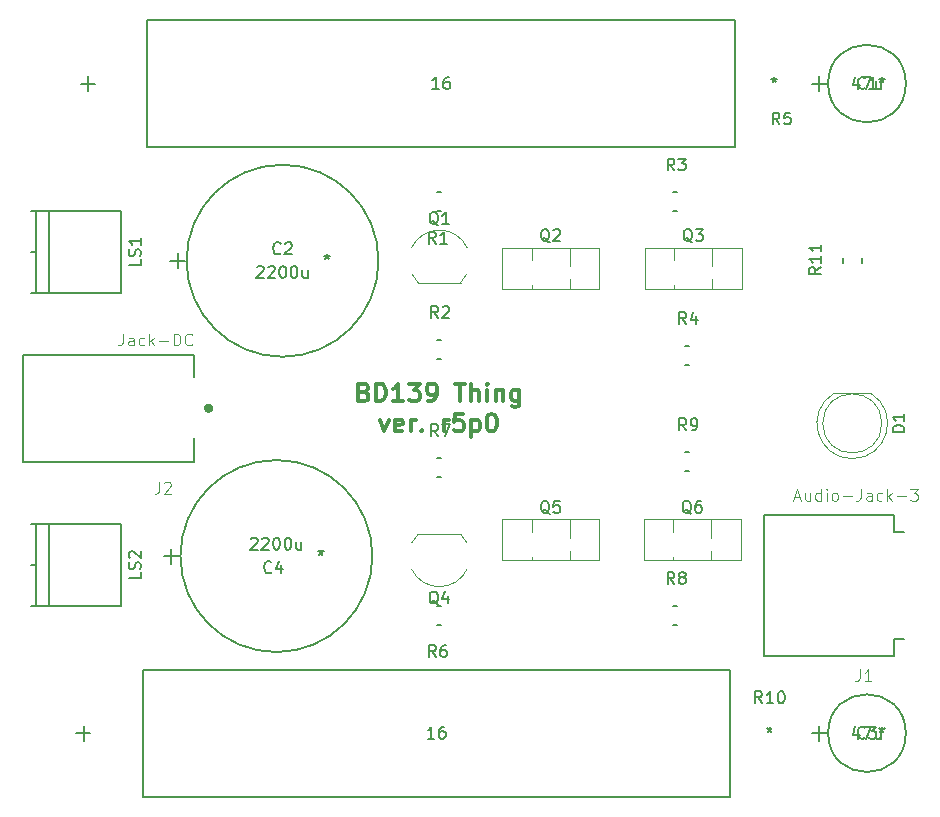
<source format=gbr>
G04 #@! TF.FileFunction,Legend,Top*
%FSLAX46Y46*%
G04 Gerber Fmt 4.6, Leading zero omitted, Abs format (unit mm)*
G04 Created by KiCad (PCBNEW 4.0.7+dfsg1-1ubuntu2) date Sun Jul 21 21:14:32 2019*
%MOMM*%
%LPD*%
G01*
G04 APERTURE LIST*
%ADD10C,0.100000*%
%ADD11C,0.300000*%
%ADD12C,0.152400*%
%ADD13C,0.120000*%
%ADD14C,0.150000*%
%ADD15C,0.127000*%
%ADD16C,0.400000*%
%ADD17C,0.050000*%
G04 APERTURE END LIST*
D10*
D11*
X58678572Y-56117857D02*
X58892858Y-56189286D01*
X58964286Y-56260714D01*
X59035715Y-56403571D01*
X59035715Y-56617857D01*
X58964286Y-56760714D01*
X58892858Y-56832143D01*
X58750000Y-56903571D01*
X58178572Y-56903571D01*
X58178572Y-55403571D01*
X58678572Y-55403571D01*
X58821429Y-55475000D01*
X58892858Y-55546429D01*
X58964286Y-55689286D01*
X58964286Y-55832143D01*
X58892858Y-55975000D01*
X58821429Y-56046429D01*
X58678572Y-56117857D01*
X58178572Y-56117857D01*
X59678572Y-56903571D02*
X59678572Y-55403571D01*
X60035715Y-55403571D01*
X60250000Y-55475000D01*
X60392858Y-55617857D01*
X60464286Y-55760714D01*
X60535715Y-56046429D01*
X60535715Y-56260714D01*
X60464286Y-56546429D01*
X60392858Y-56689286D01*
X60250000Y-56832143D01*
X60035715Y-56903571D01*
X59678572Y-56903571D01*
X61964286Y-56903571D02*
X61107143Y-56903571D01*
X61535715Y-56903571D02*
X61535715Y-55403571D01*
X61392858Y-55617857D01*
X61250000Y-55760714D01*
X61107143Y-55832143D01*
X62464286Y-55403571D02*
X63392857Y-55403571D01*
X62892857Y-55975000D01*
X63107143Y-55975000D01*
X63250000Y-56046429D01*
X63321429Y-56117857D01*
X63392857Y-56260714D01*
X63392857Y-56617857D01*
X63321429Y-56760714D01*
X63250000Y-56832143D01*
X63107143Y-56903571D01*
X62678571Y-56903571D01*
X62535714Y-56832143D01*
X62464286Y-56760714D01*
X64107142Y-56903571D02*
X64392857Y-56903571D01*
X64535714Y-56832143D01*
X64607142Y-56760714D01*
X64750000Y-56546429D01*
X64821428Y-56260714D01*
X64821428Y-55689286D01*
X64750000Y-55546429D01*
X64678571Y-55475000D01*
X64535714Y-55403571D01*
X64250000Y-55403571D01*
X64107142Y-55475000D01*
X64035714Y-55546429D01*
X63964285Y-55689286D01*
X63964285Y-56046429D01*
X64035714Y-56189286D01*
X64107142Y-56260714D01*
X64250000Y-56332143D01*
X64535714Y-56332143D01*
X64678571Y-56260714D01*
X64750000Y-56189286D01*
X64821428Y-56046429D01*
X66392856Y-55403571D02*
X67249999Y-55403571D01*
X66821428Y-56903571D02*
X66821428Y-55403571D01*
X67749999Y-56903571D02*
X67749999Y-55403571D01*
X68392856Y-56903571D02*
X68392856Y-56117857D01*
X68321427Y-55975000D01*
X68178570Y-55903571D01*
X67964285Y-55903571D01*
X67821427Y-55975000D01*
X67749999Y-56046429D01*
X69107142Y-56903571D02*
X69107142Y-55903571D01*
X69107142Y-55403571D02*
X69035713Y-55475000D01*
X69107142Y-55546429D01*
X69178570Y-55475000D01*
X69107142Y-55403571D01*
X69107142Y-55546429D01*
X69821428Y-55903571D02*
X69821428Y-56903571D01*
X69821428Y-56046429D02*
X69892856Y-55975000D01*
X70035714Y-55903571D01*
X70249999Y-55903571D01*
X70392856Y-55975000D01*
X70464285Y-56117857D01*
X70464285Y-56903571D01*
X71821428Y-55903571D02*
X71821428Y-57117857D01*
X71749999Y-57260714D01*
X71678571Y-57332143D01*
X71535714Y-57403571D01*
X71321428Y-57403571D01*
X71178571Y-57332143D01*
X71821428Y-56832143D02*
X71678571Y-56903571D01*
X71392857Y-56903571D01*
X71249999Y-56832143D01*
X71178571Y-56760714D01*
X71107142Y-56617857D01*
X71107142Y-56189286D01*
X71178571Y-56046429D01*
X71249999Y-55975000D01*
X71392857Y-55903571D01*
X71678571Y-55903571D01*
X71821428Y-55975000D01*
X60035716Y-58453571D02*
X60392859Y-59453571D01*
X60750001Y-58453571D01*
X61892858Y-59382143D02*
X61750001Y-59453571D01*
X61464287Y-59453571D01*
X61321430Y-59382143D01*
X61250001Y-59239286D01*
X61250001Y-58667857D01*
X61321430Y-58525000D01*
X61464287Y-58453571D01*
X61750001Y-58453571D01*
X61892858Y-58525000D01*
X61964287Y-58667857D01*
X61964287Y-58810714D01*
X61250001Y-58953571D01*
X62607144Y-59453571D02*
X62607144Y-58453571D01*
X62607144Y-58739286D02*
X62678572Y-58596429D01*
X62750001Y-58525000D01*
X62892858Y-58453571D01*
X63035715Y-58453571D01*
X63535715Y-59310714D02*
X63607143Y-59382143D01*
X63535715Y-59453571D01*
X63464286Y-59382143D01*
X63535715Y-59310714D01*
X63535715Y-59453571D01*
X65392858Y-59453571D02*
X65392858Y-58453571D01*
X65392858Y-58739286D02*
X65464286Y-58596429D01*
X65535715Y-58525000D01*
X65678572Y-58453571D01*
X65821429Y-58453571D01*
X67035715Y-57953571D02*
X66321429Y-57953571D01*
X66250000Y-58667857D01*
X66321429Y-58596429D01*
X66464286Y-58525000D01*
X66821429Y-58525000D01*
X66964286Y-58596429D01*
X67035715Y-58667857D01*
X67107143Y-58810714D01*
X67107143Y-59167857D01*
X67035715Y-59310714D01*
X66964286Y-59382143D01*
X66821429Y-59453571D01*
X66464286Y-59453571D01*
X66321429Y-59382143D01*
X66250000Y-59310714D01*
X67750000Y-58453571D02*
X67750000Y-59953571D01*
X67750000Y-58525000D02*
X67892857Y-58453571D01*
X68178571Y-58453571D01*
X68321428Y-58525000D01*
X68392857Y-58596429D01*
X68464286Y-58739286D01*
X68464286Y-59167857D01*
X68392857Y-59310714D01*
X68321428Y-59382143D01*
X68178571Y-59453571D01*
X67892857Y-59453571D01*
X67750000Y-59382143D01*
X69392857Y-57953571D02*
X69535714Y-57953571D01*
X69678571Y-58025000D01*
X69750000Y-58096429D01*
X69821429Y-58239286D01*
X69892857Y-58525000D01*
X69892857Y-58882143D01*
X69821429Y-59167857D01*
X69750000Y-59310714D01*
X69678571Y-59382143D01*
X69535714Y-59453571D01*
X69392857Y-59453571D01*
X69250000Y-59382143D01*
X69178571Y-59310714D01*
X69107143Y-59167857D01*
X69035714Y-58882143D01*
X69035714Y-58525000D01*
X69107143Y-58239286D01*
X69178571Y-58096429D01*
X69250000Y-58025000D01*
X69392857Y-57953571D01*
D12*
X34275200Y-85000000D02*
X35466460Y-85000000D01*
X34910200Y-84365000D02*
X34910200Y-85635000D01*
X39926700Y-90372100D02*
X89685300Y-90372100D01*
X89685300Y-90372100D02*
X89685300Y-79627900D01*
X89685300Y-79627900D02*
X39926700Y-79627900D01*
X39926700Y-79627900D02*
X39926700Y-90372100D01*
X42234200Y-45000000D02*
X43504200Y-45000000D01*
X42869200Y-44365000D02*
X42869200Y-45635000D01*
X59887200Y-45000000D02*
G75*
G03X59887200Y-45000000I-8128000J0D01*
G01*
X96556400Y-85000000D02*
X97826400Y-85000000D01*
X97191400Y-84365000D02*
X97191400Y-85635000D01*
X104532000Y-85000000D02*
G75*
G03X104532000Y-85000000I-3289300J0D01*
G01*
X41715800Y-70000000D02*
X42985800Y-70000000D01*
X42350800Y-69365000D02*
X42350800Y-70635000D01*
X59368800Y-70000000D02*
G75*
G03X59368800Y-70000000I-8128000J0D01*
G01*
X96556400Y-30000000D02*
X97826400Y-30000000D01*
X97191400Y-29365000D02*
X97191400Y-30635000D01*
X104532000Y-30000000D02*
G75*
G03X104532000Y-30000000I-3289300J0D01*
G01*
X34663200Y-30000000D02*
X35854460Y-30000000D01*
X35298200Y-29365000D02*
X35298200Y-30635000D01*
X40314700Y-35372100D02*
X90073300Y-35372100D01*
X90073300Y-35372100D02*
X90073300Y-24627900D01*
X90073300Y-24627900D02*
X40314700Y-24627900D01*
X40314700Y-24627900D02*
X40314700Y-35372100D01*
D13*
X66840000Y-68150000D02*
X63240000Y-68150000D01*
X67364184Y-68877205D02*
G75*
G03X66840000Y-68150000I-2324184J-1122795D01*
G01*
X67396400Y-71098807D02*
G75*
G02X65040000Y-72600000I-2356400J1098807D01*
G01*
X62683600Y-71098807D02*
G75*
G03X65040000Y-72600000I2356400J1098807D01*
G01*
X62715816Y-68877205D02*
G75*
G02X63240000Y-68150000I2324184J-1122795D01*
G01*
X63240000Y-46850000D02*
X66840000Y-46850000D01*
X62715816Y-46122795D02*
G75*
G03X63240000Y-46850000I2324184J1122795D01*
G01*
X62683600Y-43901193D02*
G75*
G02X65040000Y-42400000I2356400J-1098807D01*
G01*
X67396400Y-43901193D02*
G75*
G03X65040000Y-42400000I-2356400J-1098807D01*
G01*
X67364184Y-46122795D02*
G75*
G02X66840000Y-46850000I-2324184J1122795D01*
G01*
X70340000Y-66880000D02*
X78580000Y-66880000D01*
X70340000Y-70370000D02*
X78580000Y-70370000D01*
X70340000Y-66880000D02*
X70340000Y-70370000D01*
X78580000Y-66880000D02*
X78580000Y-70370000D01*
X72860000Y-66880000D02*
X72860000Y-67950000D01*
X72860000Y-70050000D02*
X72860000Y-70370000D01*
X76061000Y-66880000D02*
X76061000Y-68460000D01*
X76061000Y-69540000D02*
X76061000Y-70370000D01*
X70340000Y-43880000D02*
X78580000Y-43880000D01*
X70340000Y-47370000D02*
X78580000Y-47370000D01*
X70340000Y-43880000D02*
X70340000Y-47370000D01*
X78580000Y-43880000D02*
X78580000Y-47370000D01*
X72860000Y-43880000D02*
X72860000Y-44950000D01*
X72860000Y-47050000D02*
X72860000Y-47370000D01*
X76061000Y-43880000D02*
X76061000Y-45460000D01*
X76061000Y-46540000D02*
X76061000Y-47370000D01*
X82420000Y-43880000D02*
X90660000Y-43880000D01*
X82420000Y-47370000D02*
X90660000Y-47370000D01*
X82420000Y-43880000D02*
X82420000Y-47370000D01*
X90660000Y-43880000D02*
X90660000Y-47370000D01*
X84940000Y-43880000D02*
X84940000Y-44950000D01*
X84940000Y-47050000D02*
X84940000Y-47370000D01*
X88141000Y-43880000D02*
X88141000Y-45460000D01*
X88141000Y-46540000D02*
X88141000Y-47370000D01*
X82340000Y-66880000D02*
X90580000Y-66880000D01*
X82340000Y-70370000D02*
X90580000Y-70370000D01*
X82340000Y-66880000D02*
X82340000Y-70370000D01*
X90580000Y-66880000D02*
X90580000Y-70370000D01*
X84860000Y-66880000D02*
X84860000Y-67950000D01*
X84860000Y-70050000D02*
X84860000Y-70370000D01*
X88061000Y-66880000D02*
X88061000Y-68460000D01*
X88061000Y-69540000D02*
X88061000Y-70370000D01*
D14*
X30900000Y-70750000D02*
X30500000Y-70750000D01*
X32000000Y-67250000D02*
X32000000Y-74250000D01*
X30900000Y-67250000D02*
X30900000Y-74250000D01*
X38100000Y-67250000D02*
X30500000Y-67250000D01*
X30500000Y-74250000D02*
X38100000Y-74250000D01*
X38100000Y-74250000D02*
X38100000Y-67250000D01*
X30900000Y-44250000D02*
X30500000Y-44250000D01*
X32000000Y-40750000D02*
X32000000Y-47750000D01*
X30900000Y-40750000D02*
X30900000Y-47750000D01*
X38100000Y-40750000D02*
X30500000Y-40750000D01*
X30500000Y-47750000D02*
X38100000Y-47750000D01*
X38100000Y-47750000D02*
X38100000Y-40750000D01*
D15*
X29800000Y-62000000D02*
X29800000Y-53000000D01*
X29800000Y-53000000D02*
X44300000Y-53000000D01*
X44300000Y-53000000D02*
X44300000Y-54850000D01*
X44300000Y-62000000D02*
X29800000Y-62000000D01*
X44300000Y-60050000D02*
X44300000Y-62000000D01*
D16*
X45700000Y-57500000D02*
G75*
G03X45700000Y-57500000I-200000J0D01*
G01*
D15*
X92500000Y-78500000D02*
X92500000Y-66500000D01*
X92500000Y-66500000D02*
X103500000Y-66500000D01*
X92500000Y-78500000D02*
X103500000Y-78500000D01*
X103500000Y-78500000D02*
X103500000Y-77000000D01*
X103500000Y-77000000D02*
X104400000Y-77000000D01*
X103500000Y-68000000D02*
X103500000Y-66500000D01*
X104400000Y-68000000D02*
X103500000Y-68000000D01*
D13*
X99999538Y-61760000D02*
G75*
G03X101544830Y-56210000I462J2990000D01*
G01*
X100000462Y-61760000D02*
G75*
G02X98455170Y-56210000I-462J2990000D01*
G01*
X102500000Y-58770000D02*
G75*
G03X102500000Y-58770000I-2500000J0D01*
G01*
X101545000Y-56210000D02*
X98455000Y-56210000D01*
D14*
X64998740Y-39199900D02*
X64798080Y-39199900D01*
X64998740Y-39199900D02*
X65199400Y-39199900D01*
X65097800Y-40800100D02*
X65199400Y-40800100D01*
X65199400Y-40800100D02*
X64798080Y-40800100D01*
X64998740Y-53300100D02*
X65199400Y-53300100D01*
X64998740Y-53300100D02*
X64798080Y-53300100D01*
X64899680Y-51699900D02*
X64798080Y-51699900D01*
X64798080Y-51699900D02*
X65199400Y-51699900D01*
X84998740Y-40800100D02*
X85199400Y-40800100D01*
X84998740Y-40800100D02*
X84798080Y-40800100D01*
X84899680Y-39199900D02*
X84798080Y-39199900D01*
X84798080Y-39199900D02*
X85199400Y-39199900D01*
X85998740Y-53800100D02*
X86199400Y-53800100D01*
X85998740Y-53800100D02*
X85798080Y-53800100D01*
X85899680Y-52199900D02*
X85798080Y-52199900D01*
X85798080Y-52199900D02*
X86199400Y-52199900D01*
X65001260Y-74199900D02*
X64800600Y-74199900D01*
X65001260Y-74199900D02*
X65201920Y-74199900D01*
X65100320Y-75800100D02*
X65201920Y-75800100D01*
X65201920Y-75800100D02*
X64800600Y-75800100D01*
X64998740Y-63300100D02*
X65199400Y-63300100D01*
X64998740Y-63300100D02*
X64798080Y-63300100D01*
X64899680Y-61699900D02*
X64798080Y-61699900D01*
X64798080Y-61699900D02*
X65199400Y-61699900D01*
X84998740Y-75800100D02*
X85199400Y-75800100D01*
X84998740Y-75800100D02*
X84798080Y-75800100D01*
X84899680Y-74199900D02*
X84798080Y-74199900D01*
X84798080Y-74199900D02*
X85199400Y-74199900D01*
X85998740Y-62800100D02*
X86199400Y-62800100D01*
X85998740Y-62800100D02*
X85798080Y-62800100D01*
X85899680Y-61199900D02*
X85798080Y-61199900D01*
X85798080Y-61199900D02*
X86199400Y-61199900D01*
X100800100Y-44998740D02*
X100800100Y-44798080D01*
X100800100Y-44998740D02*
X100800100Y-45199400D01*
X99199900Y-45097800D02*
X99199900Y-45199400D01*
X99199900Y-45199400D02*
X99199900Y-44798080D01*
X92357143Y-82452381D02*
X92023809Y-81976190D01*
X91785714Y-82452381D02*
X91785714Y-81452381D01*
X92166667Y-81452381D01*
X92261905Y-81500000D01*
X92309524Y-81547619D01*
X92357143Y-81642857D01*
X92357143Y-81785714D01*
X92309524Y-81880952D01*
X92261905Y-81928571D01*
X92166667Y-81976190D01*
X91785714Y-81976190D01*
X93309524Y-82452381D02*
X92738095Y-82452381D01*
X93023809Y-82452381D02*
X93023809Y-81452381D01*
X92928571Y-81595238D01*
X92833333Y-81690476D01*
X92738095Y-81738095D01*
X93928571Y-81452381D02*
X94023810Y-81452381D01*
X94119048Y-81500000D01*
X94166667Y-81547619D01*
X94214286Y-81642857D01*
X94261905Y-81833333D01*
X94261905Y-82071429D01*
X94214286Y-82261905D01*
X94166667Y-82357143D01*
X94119048Y-82404762D01*
X94023810Y-82452381D01*
X93928571Y-82452381D01*
X93833333Y-82404762D01*
X93785714Y-82357143D01*
X93738095Y-82261905D01*
X93690476Y-82071429D01*
X93690476Y-81833333D01*
X93738095Y-81642857D01*
X93785714Y-81547619D01*
X93833333Y-81500000D01*
X93928571Y-81452381D01*
X64615524Y-85452381D02*
X64044095Y-85452381D01*
X64329809Y-85452381D02*
X64329809Y-84452381D01*
X64234571Y-84595238D01*
X64139333Y-84690476D01*
X64044095Y-84738095D01*
X65472667Y-84452381D02*
X65282190Y-84452381D01*
X65186952Y-84500000D01*
X65139333Y-84547619D01*
X65044095Y-84690476D01*
X64996476Y-84880952D01*
X64996476Y-85261905D01*
X65044095Y-85357143D01*
X65091714Y-85404762D01*
X65186952Y-85452381D01*
X65377429Y-85452381D01*
X65472667Y-85404762D01*
X65520286Y-85357143D01*
X65567905Y-85261905D01*
X65567905Y-85023810D01*
X65520286Y-84928571D01*
X65472667Y-84880952D01*
X65377429Y-84833333D01*
X65186952Y-84833333D01*
X65091714Y-84880952D01*
X65044095Y-84928571D01*
X64996476Y-85023810D01*
X93000000Y-84452381D02*
X93000000Y-84690476D01*
X92761905Y-84595238D02*
X93000000Y-84690476D01*
X93238096Y-84595238D01*
X92857143Y-84880952D02*
X93000000Y-84690476D01*
X93142858Y-84880952D01*
X51592534Y-44357143D02*
X51544915Y-44404762D01*
X51402058Y-44452381D01*
X51306820Y-44452381D01*
X51163962Y-44404762D01*
X51068724Y-44309524D01*
X51021105Y-44214286D01*
X50973486Y-44023810D01*
X50973486Y-43880952D01*
X51021105Y-43690476D01*
X51068724Y-43595238D01*
X51163962Y-43500000D01*
X51306820Y-43452381D01*
X51402058Y-43452381D01*
X51544915Y-43500000D01*
X51592534Y-43547619D01*
X51973486Y-43547619D02*
X52021105Y-43500000D01*
X52116343Y-43452381D01*
X52354439Y-43452381D01*
X52449677Y-43500000D01*
X52497296Y-43547619D01*
X52544915Y-43642857D01*
X52544915Y-43738095D01*
X52497296Y-43880952D01*
X51925867Y-44452381D01*
X52544915Y-44452381D01*
X49592533Y-45547619D02*
X49640152Y-45500000D01*
X49735390Y-45452381D01*
X49973486Y-45452381D01*
X50068724Y-45500000D01*
X50116343Y-45547619D01*
X50163962Y-45642857D01*
X50163962Y-45738095D01*
X50116343Y-45880952D01*
X49544914Y-46452381D01*
X50163962Y-46452381D01*
X50544914Y-45547619D02*
X50592533Y-45500000D01*
X50687771Y-45452381D01*
X50925867Y-45452381D01*
X51021105Y-45500000D01*
X51068724Y-45547619D01*
X51116343Y-45642857D01*
X51116343Y-45738095D01*
X51068724Y-45880952D01*
X50497295Y-46452381D01*
X51116343Y-46452381D01*
X51735390Y-45452381D02*
X51830629Y-45452381D01*
X51925867Y-45500000D01*
X51973486Y-45547619D01*
X52021105Y-45642857D01*
X52068724Y-45833333D01*
X52068724Y-46071429D01*
X52021105Y-46261905D01*
X51973486Y-46357143D01*
X51925867Y-46404762D01*
X51830629Y-46452381D01*
X51735390Y-46452381D01*
X51640152Y-46404762D01*
X51592533Y-46357143D01*
X51544914Y-46261905D01*
X51497295Y-46071429D01*
X51497295Y-45833333D01*
X51544914Y-45642857D01*
X51592533Y-45547619D01*
X51640152Y-45500000D01*
X51735390Y-45452381D01*
X52687771Y-45452381D02*
X52783010Y-45452381D01*
X52878248Y-45500000D01*
X52925867Y-45547619D01*
X52973486Y-45642857D01*
X53021105Y-45833333D01*
X53021105Y-46071429D01*
X52973486Y-46261905D01*
X52925867Y-46357143D01*
X52878248Y-46404762D01*
X52783010Y-46452381D01*
X52687771Y-46452381D01*
X52592533Y-46404762D01*
X52544914Y-46357143D01*
X52497295Y-46261905D01*
X52449676Y-46071429D01*
X52449676Y-45833333D01*
X52497295Y-45642857D01*
X52544914Y-45547619D01*
X52592533Y-45500000D01*
X52687771Y-45452381D01*
X53878248Y-45785714D02*
X53878248Y-46452381D01*
X53449676Y-45785714D02*
X53449676Y-46309524D01*
X53497295Y-46404762D01*
X53592533Y-46452381D01*
X53735391Y-46452381D01*
X53830629Y-46404762D01*
X53878248Y-46357143D01*
X55518400Y-44452381D02*
X55518400Y-44690476D01*
X55280305Y-44595238D02*
X55518400Y-44690476D01*
X55756496Y-44595238D01*
X55375543Y-44880952D02*
X55518400Y-44690476D01*
X55661258Y-44880952D01*
X101076034Y-85357143D02*
X101028415Y-85404762D01*
X100885558Y-85452381D01*
X100790320Y-85452381D01*
X100647462Y-85404762D01*
X100552224Y-85309524D01*
X100504605Y-85214286D01*
X100456986Y-85023810D01*
X100456986Y-84880952D01*
X100504605Y-84690476D01*
X100552224Y-84595238D01*
X100647462Y-84500000D01*
X100790320Y-84452381D01*
X100885558Y-84452381D01*
X101028415Y-84500000D01*
X101076034Y-84547619D01*
X101409367Y-84452381D02*
X102028415Y-84452381D01*
X101695081Y-84833333D01*
X101837939Y-84833333D01*
X101933177Y-84880952D01*
X101980796Y-84928571D01*
X102028415Y-85023810D01*
X102028415Y-85261905D01*
X101980796Y-85357143D01*
X101933177Y-85404762D01*
X101837939Y-85452381D01*
X101552224Y-85452381D01*
X101456986Y-85404762D01*
X101409367Y-85357143D01*
X100504605Y-84785714D02*
X100504605Y-85452381D01*
X100266509Y-84404762D02*
X100028414Y-85119048D01*
X100647462Y-85119048D01*
X100933176Y-84452381D02*
X101599843Y-84452381D01*
X101171271Y-85452381D01*
X102409367Y-84785714D02*
X102409367Y-85452381D01*
X101980795Y-84785714D02*
X101980795Y-85309524D01*
X102028414Y-85404762D01*
X102123652Y-85452381D01*
X102266510Y-85452381D01*
X102361748Y-85404762D01*
X102409367Y-85357143D01*
X102500000Y-84452381D02*
X102500000Y-84690476D01*
X102261905Y-84595238D02*
X102500000Y-84690476D01*
X102738096Y-84595238D01*
X102357143Y-84880952D02*
X102500000Y-84690476D01*
X102642858Y-84880952D01*
X50814934Y-71357143D02*
X50767315Y-71404762D01*
X50624458Y-71452381D01*
X50529220Y-71452381D01*
X50386362Y-71404762D01*
X50291124Y-71309524D01*
X50243505Y-71214286D01*
X50195886Y-71023810D01*
X50195886Y-70880952D01*
X50243505Y-70690476D01*
X50291124Y-70595238D01*
X50386362Y-70500000D01*
X50529220Y-70452381D01*
X50624458Y-70452381D01*
X50767315Y-70500000D01*
X50814934Y-70547619D01*
X51672077Y-70785714D02*
X51672077Y-71452381D01*
X51433981Y-70404762D02*
X51195886Y-71119048D01*
X51814934Y-71119048D01*
X49074133Y-68547619D02*
X49121752Y-68500000D01*
X49216990Y-68452381D01*
X49455086Y-68452381D01*
X49550324Y-68500000D01*
X49597943Y-68547619D01*
X49645562Y-68642857D01*
X49645562Y-68738095D01*
X49597943Y-68880952D01*
X49026514Y-69452381D01*
X49645562Y-69452381D01*
X50026514Y-68547619D02*
X50074133Y-68500000D01*
X50169371Y-68452381D01*
X50407467Y-68452381D01*
X50502705Y-68500000D01*
X50550324Y-68547619D01*
X50597943Y-68642857D01*
X50597943Y-68738095D01*
X50550324Y-68880952D01*
X49978895Y-69452381D01*
X50597943Y-69452381D01*
X51216990Y-68452381D02*
X51312229Y-68452381D01*
X51407467Y-68500000D01*
X51455086Y-68547619D01*
X51502705Y-68642857D01*
X51550324Y-68833333D01*
X51550324Y-69071429D01*
X51502705Y-69261905D01*
X51455086Y-69357143D01*
X51407467Y-69404762D01*
X51312229Y-69452381D01*
X51216990Y-69452381D01*
X51121752Y-69404762D01*
X51074133Y-69357143D01*
X51026514Y-69261905D01*
X50978895Y-69071429D01*
X50978895Y-68833333D01*
X51026514Y-68642857D01*
X51074133Y-68547619D01*
X51121752Y-68500000D01*
X51216990Y-68452381D01*
X52169371Y-68452381D02*
X52264610Y-68452381D01*
X52359848Y-68500000D01*
X52407467Y-68547619D01*
X52455086Y-68642857D01*
X52502705Y-68833333D01*
X52502705Y-69071429D01*
X52455086Y-69261905D01*
X52407467Y-69357143D01*
X52359848Y-69404762D01*
X52264610Y-69452381D01*
X52169371Y-69452381D01*
X52074133Y-69404762D01*
X52026514Y-69357143D01*
X51978895Y-69261905D01*
X51931276Y-69071429D01*
X51931276Y-68833333D01*
X51978895Y-68642857D01*
X52026514Y-68547619D01*
X52074133Y-68500000D01*
X52169371Y-68452381D01*
X53359848Y-68785714D02*
X53359848Y-69452381D01*
X52931276Y-68785714D02*
X52931276Y-69309524D01*
X52978895Y-69404762D01*
X53074133Y-69452381D01*
X53216991Y-69452381D01*
X53312229Y-69404762D01*
X53359848Y-69357143D01*
X55000000Y-69452381D02*
X55000000Y-69690476D01*
X54761905Y-69595238D02*
X55000000Y-69690476D01*
X55238096Y-69595238D01*
X54857143Y-69880952D02*
X55000000Y-69690476D01*
X55142858Y-69880952D01*
X101076034Y-30357143D02*
X101028415Y-30404762D01*
X100885558Y-30452381D01*
X100790320Y-30452381D01*
X100647462Y-30404762D01*
X100552224Y-30309524D01*
X100504605Y-30214286D01*
X100456986Y-30023810D01*
X100456986Y-29880952D01*
X100504605Y-29690476D01*
X100552224Y-29595238D01*
X100647462Y-29500000D01*
X100790320Y-29452381D01*
X100885558Y-29452381D01*
X101028415Y-29500000D01*
X101076034Y-29547619D01*
X102028415Y-30452381D02*
X101456986Y-30452381D01*
X101742700Y-30452381D02*
X101742700Y-29452381D01*
X101647462Y-29595238D01*
X101552224Y-29690476D01*
X101456986Y-29738095D01*
X100504605Y-29785714D02*
X100504605Y-30452381D01*
X100266509Y-29404762D02*
X100028414Y-30119048D01*
X100647462Y-30119048D01*
X100933176Y-29452381D02*
X101599843Y-29452381D01*
X101171271Y-30452381D01*
X102409367Y-29785714D02*
X102409367Y-30452381D01*
X101980795Y-29785714D02*
X101980795Y-30309524D01*
X102028414Y-30404762D01*
X102123652Y-30452381D01*
X102266510Y-30452381D01*
X102361748Y-30404762D01*
X102409367Y-30357143D01*
X102500000Y-29452381D02*
X102500000Y-29690476D01*
X102261905Y-29595238D02*
X102500000Y-29690476D01*
X102738096Y-29595238D01*
X102357143Y-29880952D02*
X102500000Y-29690476D01*
X102642858Y-29880952D01*
X93833334Y-33452381D02*
X93500000Y-32976190D01*
X93261905Y-33452381D02*
X93261905Y-32452381D01*
X93642858Y-32452381D01*
X93738096Y-32500000D01*
X93785715Y-32547619D01*
X93833334Y-32642857D01*
X93833334Y-32785714D01*
X93785715Y-32880952D01*
X93738096Y-32928571D01*
X93642858Y-32976190D01*
X93261905Y-32976190D01*
X94738096Y-32452381D02*
X94261905Y-32452381D01*
X94214286Y-32928571D01*
X94261905Y-32880952D01*
X94357143Y-32833333D01*
X94595239Y-32833333D01*
X94690477Y-32880952D01*
X94738096Y-32928571D01*
X94785715Y-33023810D01*
X94785715Y-33261905D01*
X94738096Y-33357143D01*
X94690477Y-33404762D01*
X94595239Y-33452381D01*
X94357143Y-33452381D01*
X94261905Y-33404762D01*
X94214286Y-33357143D01*
X65003524Y-30452381D02*
X64432095Y-30452381D01*
X64717809Y-30452381D02*
X64717809Y-29452381D01*
X64622571Y-29595238D01*
X64527333Y-29690476D01*
X64432095Y-29738095D01*
X65860667Y-29452381D02*
X65670190Y-29452381D01*
X65574952Y-29500000D01*
X65527333Y-29547619D01*
X65432095Y-29690476D01*
X65384476Y-29880952D01*
X65384476Y-30261905D01*
X65432095Y-30357143D01*
X65479714Y-30404762D01*
X65574952Y-30452381D01*
X65765429Y-30452381D01*
X65860667Y-30404762D01*
X65908286Y-30357143D01*
X65955905Y-30261905D01*
X65955905Y-30023810D01*
X65908286Y-29928571D01*
X65860667Y-29880952D01*
X65765429Y-29833333D01*
X65574952Y-29833333D01*
X65479714Y-29880952D01*
X65432095Y-29928571D01*
X65384476Y-30023810D01*
X93388000Y-29452381D02*
X93388000Y-29690476D01*
X93149905Y-29595238D02*
X93388000Y-29690476D01*
X93626096Y-29595238D01*
X93245143Y-29880952D02*
X93388000Y-29690476D01*
X93530858Y-29880952D01*
X64944762Y-74107619D02*
X64849524Y-74060000D01*
X64754286Y-73964762D01*
X64611429Y-73821905D01*
X64516190Y-73774286D01*
X64420952Y-73774286D01*
X64468571Y-74012381D02*
X64373333Y-73964762D01*
X64278095Y-73869524D01*
X64230476Y-73679048D01*
X64230476Y-73345714D01*
X64278095Y-73155238D01*
X64373333Y-73060000D01*
X64468571Y-73012381D01*
X64659048Y-73012381D01*
X64754286Y-73060000D01*
X64849524Y-73155238D01*
X64897143Y-73345714D01*
X64897143Y-73679048D01*
X64849524Y-73869524D01*
X64754286Y-73964762D01*
X64659048Y-74012381D01*
X64468571Y-74012381D01*
X65754286Y-73345714D02*
X65754286Y-74012381D01*
X65516190Y-72964762D02*
X65278095Y-73679048D01*
X65897143Y-73679048D01*
X64944762Y-41987619D02*
X64849524Y-41940000D01*
X64754286Y-41844762D01*
X64611429Y-41701905D01*
X64516190Y-41654286D01*
X64420952Y-41654286D01*
X64468571Y-41892381D02*
X64373333Y-41844762D01*
X64278095Y-41749524D01*
X64230476Y-41559048D01*
X64230476Y-41225714D01*
X64278095Y-41035238D01*
X64373333Y-40940000D01*
X64468571Y-40892381D01*
X64659048Y-40892381D01*
X64754286Y-40940000D01*
X64849524Y-41035238D01*
X64897143Y-41225714D01*
X64897143Y-41559048D01*
X64849524Y-41749524D01*
X64754286Y-41844762D01*
X64659048Y-41892381D01*
X64468571Y-41892381D01*
X65849524Y-41892381D02*
X65278095Y-41892381D01*
X65563809Y-41892381D02*
X65563809Y-40892381D01*
X65468571Y-41035238D01*
X65373333Y-41130476D01*
X65278095Y-41178095D01*
X74364762Y-66427619D02*
X74269524Y-66380000D01*
X74174286Y-66284762D01*
X74031429Y-66141905D01*
X73936190Y-66094286D01*
X73840952Y-66094286D01*
X73888571Y-66332381D02*
X73793333Y-66284762D01*
X73698095Y-66189524D01*
X73650476Y-65999048D01*
X73650476Y-65665714D01*
X73698095Y-65475238D01*
X73793333Y-65380000D01*
X73888571Y-65332381D01*
X74079048Y-65332381D01*
X74174286Y-65380000D01*
X74269524Y-65475238D01*
X74317143Y-65665714D01*
X74317143Y-65999048D01*
X74269524Y-66189524D01*
X74174286Y-66284762D01*
X74079048Y-66332381D01*
X73888571Y-66332381D01*
X75221905Y-65332381D02*
X74745714Y-65332381D01*
X74698095Y-65808571D01*
X74745714Y-65760952D01*
X74840952Y-65713333D01*
X75079048Y-65713333D01*
X75174286Y-65760952D01*
X75221905Y-65808571D01*
X75269524Y-65903810D01*
X75269524Y-66141905D01*
X75221905Y-66237143D01*
X75174286Y-66284762D01*
X75079048Y-66332381D01*
X74840952Y-66332381D01*
X74745714Y-66284762D01*
X74698095Y-66237143D01*
X74364762Y-43427619D02*
X74269524Y-43380000D01*
X74174286Y-43284762D01*
X74031429Y-43141905D01*
X73936190Y-43094286D01*
X73840952Y-43094286D01*
X73888571Y-43332381D02*
X73793333Y-43284762D01*
X73698095Y-43189524D01*
X73650476Y-42999048D01*
X73650476Y-42665714D01*
X73698095Y-42475238D01*
X73793333Y-42380000D01*
X73888571Y-42332381D01*
X74079048Y-42332381D01*
X74174286Y-42380000D01*
X74269524Y-42475238D01*
X74317143Y-42665714D01*
X74317143Y-42999048D01*
X74269524Y-43189524D01*
X74174286Y-43284762D01*
X74079048Y-43332381D01*
X73888571Y-43332381D01*
X74698095Y-42427619D02*
X74745714Y-42380000D01*
X74840952Y-42332381D01*
X75079048Y-42332381D01*
X75174286Y-42380000D01*
X75221905Y-42427619D01*
X75269524Y-42522857D01*
X75269524Y-42618095D01*
X75221905Y-42760952D01*
X74650476Y-43332381D01*
X75269524Y-43332381D01*
X86444762Y-43427619D02*
X86349524Y-43380000D01*
X86254286Y-43284762D01*
X86111429Y-43141905D01*
X86016190Y-43094286D01*
X85920952Y-43094286D01*
X85968571Y-43332381D02*
X85873333Y-43284762D01*
X85778095Y-43189524D01*
X85730476Y-42999048D01*
X85730476Y-42665714D01*
X85778095Y-42475238D01*
X85873333Y-42380000D01*
X85968571Y-42332381D01*
X86159048Y-42332381D01*
X86254286Y-42380000D01*
X86349524Y-42475238D01*
X86397143Y-42665714D01*
X86397143Y-42999048D01*
X86349524Y-43189524D01*
X86254286Y-43284762D01*
X86159048Y-43332381D01*
X85968571Y-43332381D01*
X86730476Y-42332381D02*
X87349524Y-42332381D01*
X87016190Y-42713333D01*
X87159048Y-42713333D01*
X87254286Y-42760952D01*
X87301905Y-42808571D01*
X87349524Y-42903810D01*
X87349524Y-43141905D01*
X87301905Y-43237143D01*
X87254286Y-43284762D01*
X87159048Y-43332381D01*
X86873333Y-43332381D01*
X86778095Y-43284762D01*
X86730476Y-43237143D01*
X86364762Y-66427619D02*
X86269524Y-66380000D01*
X86174286Y-66284762D01*
X86031429Y-66141905D01*
X85936190Y-66094286D01*
X85840952Y-66094286D01*
X85888571Y-66332381D02*
X85793333Y-66284762D01*
X85698095Y-66189524D01*
X85650476Y-65999048D01*
X85650476Y-65665714D01*
X85698095Y-65475238D01*
X85793333Y-65380000D01*
X85888571Y-65332381D01*
X86079048Y-65332381D01*
X86174286Y-65380000D01*
X86269524Y-65475238D01*
X86317143Y-65665714D01*
X86317143Y-65999048D01*
X86269524Y-66189524D01*
X86174286Y-66284762D01*
X86079048Y-66332381D01*
X85888571Y-66332381D01*
X87174286Y-65332381D02*
X86983809Y-65332381D01*
X86888571Y-65380000D01*
X86840952Y-65427619D01*
X86745714Y-65570476D01*
X86698095Y-65760952D01*
X86698095Y-66141905D01*
X86745714Y-66237143D01*
X86793333Y-66284762D01*
X86888571Y-66332381D01*
X87079048Y-66332381D01*
X87174286Y-66284762D01*
X87221905Y-66237143D01*
X87269524Y-66141905D01*
X87269524Y-65903810D01*
X87221905Y-65808571D01*
X87174286Y-65760952D01*
X87079048Y-65713333D01*
X86888571Y-65713333D01*
X86793333Y-65760952D01*
X86745714Y-65808571D01*
X86698095Y-65903810D01*
X39752381Y-71392857D02*
X39752381Y-71869048D01*
X38752381Y-71869048D01*
X39704762Y-71107143D02*
X39752381Y-70964286D01*
X39752381Y-70726190D01*
X39704762Y-70630952D01*
X39657143Y-70583333D01*
X39561905Y-70535714D01*
X39466667Y-70535714D01*
X39371429Y-70583333D01*
X39323810Y-70630952D01*
X39276190Y-70726190D01*
X39228571Y-70916667D01*
X39180952Y-71011905D01*
X39133333Y-71059524D01*
X39038095Y-71107143D01*
X38942857Y-71107143D01*
X38847619Y-71059524D01*
X38800000Y-71011905D01*
X38752381Y-70916667D01*
X38752381Y-70678571D01*
X38800000Y-70535714D01*
X38847619Y-70154762D02*
X38800000Y-70107143D01*
X38752381Y-70011905D01*
X38752381Y-69773809D01*
X38800000Y-69678571D01*
X38847619Y-69630952D01*
X38942857Y-69583333D01*
X39038095Y-69583333D01*
X39180952Y-69630952D01*
X39752381Y-70202381D01*
X39752381Y-69583333D01*
X39752381Y-44892857D02*
X39752381Y-45369048D01*
X38752381Y-45369048D01*
X39704762Y-44607143D02*
X39752381Y-44464286D01*
X39752381Y-44226190D01*
X39704762Y-44130952D01*
X39657143Y-44083333D01*
X39561905Y-44035714D01*
X39466667Y-44035714D01*
X39371429Y-44083333D01*
X39323810Y-44130952D01*
X39276190Y-44226190D01*
X39228571Y-44416667D01*
X39180952Y-44511905D01*
X39133333Y-44559524D01*
X39038095Y-44607143D01*
X38942857Y-44607143D01*
X38847619Y-44559524D01*
X38800000Y-44511905D01*
X38752381Y-44416667D01*
X38752381Y-44178571D01*
X38800000Y-44035714D01*
X39752381Y-43083333D02*
X39752381Y-43654762D01*
X39752381Y-43369048D02*
X38752381Y-43369048D01*
X38895238Y-43464286D01*
X38990476Y-43559524D01*
X39038095Y-43654762D01*
D17*
X41314673Y-63723083D02*
X41314673Y-64438018D01*
X41267011Y-64581005D01*
X41171686Y-64676330D01*
X41028699Y-64723993D01*
X40933374Y-64723993D01*
X41743635Y-63818407D02*
X41791297Y-63770745D01*
X41886622Y-63723083D01*
X42124934Y-63723083D01*
X42220258Y-63770745D01*
X42267921Y-63818407D01*
X42315583Y-63913732D01*
X42315583Y-64009057D01*
X42267921Y-64152044D01*
X41695972Y-64723993D01*
X42315583Y-64723993D01*
X38246781Y-51169794D02*
X38246781Y-51884937D01*
X38199105Y-52027965D01*
X38103753Y-52123318D01*
X37960724Y-52170994D01*
X37865372Y-52170994D01*
X39152629Y-52170994D02*
X39152629Y-51646556D01*
X39104952Y-51551203D01*
X39009600Y-51503527D01*
X38818895Y-51503527D01*
X38723543Y-51551203D01*
X39152629Y-52123318D02*
X39057276Y-52170994D01*
X38818895Y-52170994D01*
X38723543Y-52123318D01*
X38675867Y-52027965D01*
X38675867Y-51932613D01*
X38723543Y-51837260D01*
X38818895Y-51789584D01*
X39057276Y-51789584D01*
X39152629Y-51741908D01*
X40058477Y-52123318D02*
X39963124Y-52170994D01*
X39772420Y-52170994D01*
X39677067Y-52123318D01*
X39629391Y-52075641D01*
X39581715Y-51980289D01*
X39581715Y-51694232D01*
X39629391Y-51598880D01*
X39677067Y-51551203D01*
X39772420Y-51503527D01*
X39963124Y-51503527D01*
X40058477Y-51551203D01*
X40487562Y-52170994D02*
X40487562Y-51169794D01*
X40582914Y-51789584D02*
X40868971Y-52170994D01*
X40868971Y-51503527D02*
X40487562Y-51884937D01*
X41298057Y-51789584D02*
X42060876Y-51789584D01*
X42537638Y-52170994D02*
X42537638Y-51169794D01*
X42776019Y-51169794D01*
X42919047Y-51217470D01*
X43014400Y-51312822D01*
X43062076Y-51408175D01*
X43109752Y-51598880D01*
X43109752Y-51741908D01*
X43062076Y-51932613D01*
X43014400Y-52027965D01*
X42919047Y-52123318D01*
X42776019Y-52170994D01*
X42537638Y-52170994D01*
X44110952Y-52075641D02*
X44063276Y-52123318D01*
X43920247Y-52170994D01*
X43824895Y-52170994D01*
X43681867Y-52123318D01*
X43586514Y-52027965D01*
X43538838Y-51932613D01*
X43491162Y-51741908D01*
X43491162Y-51598880D01*
X43538838Y-51408175D01*
X43586514Y-51312822D01*
X43681867Y-51217470D01*
X43824895Y-51169794D01*
X43920247Y-51169794D01*
X44063276Y-51217470D01*
X44110952Y-51265146D01*
X100626717Y-79587848D02*
X100626717Y-80302177D01*
X100579095Y-80445042D01*
X100483851Y-80540286D01*
X100340986Y-80587908D01*
X100245742Y-80587908D01*
X101626776Y-80587908D02*
X101055314Y-80587908D01*
X101341045Y-80587908D02*
X101341045Y-79587848D01*
X101245801Y-79730714D01*
X101150557Y-79825958D01*
X101055314Y-79873580D01*
X95108947Y-65028987D02*
X95585309Y-65028987D01*
X95013674Y-65314804D02*
X95347128Y-64314444D01*
X95680581Y-65314804D01*
X96442760Y-64647897D02*
X96442760Y-65314804D01*
X96014034Y-64647897D02*
X96014034Y-65171895D01*
X96061670Y-65267168D01*
X96156943Y-65314804D01*
X96299851Y-65314804D01*
X96395123Y-65267168D01*
X96442760Y-65219531D01*
X97347848Y-65314804D02*
X97347848Y-64314444D01*
X97347848Y-65267168D02*
X97252575Y-65314804D01*
X97062031Y-65314804D01*
X96966758Y-65267168D01*
X96919122Y-65219531D01*
X96871486Y-65124259D01*
X96871486Y-64838442D01*
X96919122Y-64743170D01*
X96966758Y-64695533D01*
X97062031Y-64647897D01*
X97252575Y-64647897D01*
X97347848Y-64695533D01*
X97824210Y-65314804D02*
X97824210Y-64647897D01*
X97824210Y-64314444D02*
X97776574Y-64362080D01*
X97824210Y-64409716D01*
X97871846Y-64362080D01*
X97824210Y-64314444D01*
X97824210Y-64409716D01*
X98443481Y-65314804D02*
X98348208Y-65267168D01*
X98300572Y-65219531D01*
X98252936Y-65124259D01*
X98252936Y-64838442D01*
X98300572Y-64743170D01*
X98348208Y-64695533D01*
X98443481Y-64647897D01*
X98586389Y-64647897D01*
X98681661Y-64695533D01*
X98729298Y-64743170D01*
X98776934Y-64838442D01*
X98776934Y-65124259D01*
X98729298Y-65219531D01*
X98681661Y-65267168D01*
X98586389Y-65314804D01*
X98443481Y-65314804D01*
X99205660Y-64933714D02*
X99967839Y-64933714D01*
X100730018Y-64314444D02*
X100730018Y-65028987D01*
X100682382Y-65171895D01*
X100587110Y-65267168D01*
X100444201Y-65314804D01*
X100348929Y-65314804D01*
X101635106Y-65314804D02*
X101635106Y-64790806D01*
X101587469Y-64695533D01*
X101492197Y-64647897D01*
X101301652Y-64647897D01*
X101206380Y-64695533D01*
X101635106Y-65267168D02*
X101539833Y-65314804D01*
X101301652Y-65314804D01*
X101206380Y-65267168D01*
X101158744Y-65171895D01*
X101158744Y-65076623D01*
X101206380Y-64981350D01*
X101301652Y-64933714D01*
X101539833Y-64933714D01*
X101635106Y-64886078D01*
X102540194Y-65267168D02*
X102444921Y-65314804D01*
X102254377Y-65314804D01*
X102159104Y-65267168D01*
X102111468Y-65219531D01*
X102063832Y-65124259D01*
X102063832Y-64838442D01*
X102111468Y-64743170D01*
X102159104Y-64695533D01*
X102254377Y-64647897D01*
X102444921Y-64647897D01*
X102540194Y-64695533D01*
X102968919Y-65314804D02*
X102968919Y-64314444D01*
X103064191Y-64933714D02*
X103350008Y-65314804D01*
X103350008Y-64647897D02*
X102968919Y-65028987D01*
X103778734Y-64933714D02*
X104540913Y-64933714D01*
X104922003Y-64314444D02*
X105541273Y-64314444D01*
X105207820Y-64695533D01*
X105350728Y-64695533D01*
X105446001Y-64743170D01*
X105493637Y-64790806D01*
X105541273Y-64886078D01*
X105541273Y-65124259D01*
X105493637Y-65219531D01*
X105446001Y-65267168D01*
X105350728Y-65314804D01*
X105064911Y-65314804D01*
X104969639Y-65267168D01*
X104922003Y-65219531D01*
D14*
X104412381Y-59508095D02*
X103412381Y-59508095D01*
X103412381Y-59270000D01*
X103460000Y-59127142D01*
X103555238Y-59031904D01*
X103650476Y-58984285D01*
X103840952Y-58936666D01*
X103983810Y-58936666D01*
X104174286Y-58984285D01*
X104269524Y-59031904D01*
X104364762Y-59127142D01*
X104412381Y-59270000D01*
X104412381Y-59508095D01*
X104412381Y-57984285D02*
X104412381Y-58555714D01*
X104412381Y-58270000D02*
X103412381Y-58270000D01*
X103555238Y-58365238D01*
X103650476Y-58460476D01*
X103698095Y-58555714D01*
X64733014Y-43551181D02*
X64399680Y-43074990D01*
X64161585Y-43551181D02*
X64161585Y-42551181D01*
X64542538Y-42551181D01*
X64637776Y-42598800D01*
X64685395Y-42646419D01*
X64733014Y-42741657D01*
X64733014Y-42884514D01*
X64685395Y-42979752D01*
X64637776Y-43027371D01*
X64542538Y-43074990D01*
X64161585Y-43074990D01*
X65685395Y-43551181D02*
X65113966Y-43551181D01*
X65399680Y-43551181D02*
X65399680Y-42551181D01*
X65304442Y-42694038D01*
X65209204Y-42789276D01*
X65113966Y-42836895D01*
X64931134Y-49853581D02*
X64597800Y-49377390D01*
X64359705Y-49853581D02*
X64359705Y-48853581D01*
X64740658Y-48853581D01*
X64835896Y-48901200D01*
X64883515Y-48948819D01*
X64931134Y-49044057D01*
X64931134Y-49186914D01*
X64883515Y-49282152D01*
X64835896Y-49329771D01*
X64740658Y-49377390D01*
X64359705Y-49377390D01*
X65312086Y-48948819D02*
X65359705Y-48901200D01*
X65454943Y-48853581D01*
X65693039Y-48853581D01*
X65788277Y-48901200D01*
X65835896Y-48948819D01*
X65883515Y-49044057D01*
X65883515Y-49139295D01*
X65835896Y-49282152D01*
X65264467Y-49853581D01*
X65883515Y-49853581D01*
X84931134Y-37353581D02*
X84597800Y-36877390D01*
X84359705Y-37353581D02*
X84359705Y-36353581D01*
X84740658Y-36353581D01*
X84835896Y-36401200D01*
X84883515Y-36448819D01*
X84931134Y-36544057D01*
X84931134Y-36686914D01*
X84883515Y-36782152D01*
X84835896Y-36829771D01*
X84740658Y-36877390D01*
X84359705Y-36877390D01*
X85264467Y-36353581D02*
X85883515Y-36353581D01*
X85550181Y-36734533D01*
X85693039Y-36734533D01*
X85788277Y-36782152D01*
X85835896Y-36829771D01*
X85883515Y-36925010D01*
X85883515Y-37163105D01*
X85835896Y-37258343D01*
X85788277Y-37305962D01*
X85693039Y-37353581D01*
X85407324Y-37353581D01*
X85312086Y-37305962D01*
X85264467Y-37258343D01*
X85931134Y-50353581D02*
X85597800Y-49877390D01*
X85359705Y-50353581D02*
X85359705Y-49353581D01*
X85740658Y-49353581D01*
X85835896Y-49401200D01*
X85883515Y-49448819D01*
X85931134Y-49544057D01*
X85931134Y-49686914D01*
X85883515Y-49782152D01*
X85835896Y-49829771D01*
X85740658Y-49877390D01*
X85359705Y-49877390D01*
X86788277Y-49686914D02*
X86788277Y-50353581D01*
X86550181Y-49305962D02*
X86312086Y-50020248D01*
X86931134Y-50020248D01*
X64735534Y-78551181D02*
X64402200Y-78074990D01*
X64164105Y-78551181D02*
X64164105Y-77551181D01*
X64545058Y-77551181D01*
X64640296Y-77598800D01*
X64687915Y-77646419D01*
X64735534Y-77741657D01*
X64735534Y-77884514D01*
X64687915Y-77979752D01*
X64640296Y-78027371D01*
X64545058Y-78074990D01*
X64164105Y-78074990D01*
X65592677Y-77551181D02*
X65402200Y-77551181D01*
X65306962Y-77598800D01*
X65259343Y-77646419D01*
X65164105Y-77789276D01*
X65116486Y-77979752D01*
X65116486Y-78360705D01*
X65164105Y-78455943D01*
X65211724Y-78503562D01*
X65306962Y-78551181D01*
X65497439Y-78551181D01*
X65592677Y-78503562D01*
X65640296Y-78455943D01*
X65687915Y-78360705D01*
X65687915Y-78122610D01*
X65640296Y-78027371D01*
X65592677Y-77979752D01*
X65497439Y-77932133D01*
X65306962Y-77932133D01*
X65211724Y-77979752D01*
X65164105Y-78027371D01*
X65116486Y-78122610D01*
X64931134Y-59853581D02*
X64597800Y-59377390D01*
X64359705Y-59853581D02*
X64359705Y-58853581D01*
X64740658Y-58853581D01*
X64835896Y-58901200D01*
X64883515Y-58948819D01*
X64931134Y-59044057D01*
X64931134Y-59186914D01*
X64883515Y-59282152D01*
X64835896Y-59329771D01*
X64740658Y-59377390D01*
X64359705Y-59377390D01*
X65264467Y-58853581D02*
X65931134Y-58853581D01*
X65502562Y-59853581D01*
X84931134Y-72353581D02*
X84597800Y-71877390D01*
X84359705Y-72353581D02*
X84359705Y-71353581D01*
X84740658Y-71353581D01*
X84835896Y-71401200D01*
X84883515Y-71448819D01*
X84931134Y-71544057D01*
X84931134Y-71686914D01*
X84883515Y-71782152D01*
X84835896Y-71829771D01*
X84740658Y-71877390D01*
X84359705Y-71877390D01*
X85502562Y-71782152D02*
X85407324Y-71734533D01*
X85359705Y-71686914D01*
X85312086Y-71591676D01*
X85312086Y-71544057D01*
X85359705Y-71448819D01*
X85407324Y-71401200D01*
X85502562Y-71353581D01*
X85693039Y-71353581D01*
X85788277Y-71401200D01*
X85835896Y-71448819D01*
X85883515Y-71544057D01*
X85883515Y-71591676D01*
X85835896Y-71686914D01*
X85788277Y-71734533D01*
X85693039Y-71782152D01*
X85502562Y-71782152D01*
X85407324Y-71829771D01*
X85359705Y-71877390D01*
X85312086Y-71972629D01*
X85312086Y-72163105D01*
X85359705Y-72258343D01*
X85407324Y-72305962D01*
X85502562Y-72353581D01*
X85693039Y-72353581D01*
X85788277Y-72305962D01*
X85835896Y-72258343D01*
X85883515Y-72163105D01*
X85883515Y-71972629D01*
X85835896Y-71877390D01*
X85788277Y-71829771D01*
X85693039Y-71782152D01*
X85931134Y-59353581D02*
X85597800Y-58877390D01*
X85359705Y-59353581D02*
X85359705Y-58353581D01*
X85740658Y-58353581D01*
X85835896Y-58401200D01*
X85883515Y-58448819D01*
X85931134Y-58544057D01*
X85931134Y-58686914D01*
X85883515Y-58782152D01*
X85835896Y-58829771D01*
X85740658Y-58877390D01*
X85359705Y-58877390D01*
X86407324Y-59353581D02*
X86597800Y-59353581D01*
X86693039Y-59305962D01*
X86740658Y-59258343D01*
X86835896Y-59115486D01*
X86883515Y-58925010D01*
X86883515Y-58544057D01*
X86835896Y-58448819D01*
X86788277Y-58401200D01*
X86693039Y-58353581D01*
X86502562Y-58353581D01*
X86407324Y-58401200D01*
X86359705Y-58448819D01*
X86312086Y-58544057D01*
X86312086Y-58782152D01*
X86359705Y-58877390D01*
X86407324Y-58925010D01*
X86502562Y-58972629D01*
X86693039Y-58972629D01*
X86788277Y-58925010D01*
X86835896Y-58877390D01*
X86883515Y-58782152D01*
X97353581Y-45542537D02*
X96877390Y-45875871D01*
X97353581Y-46113966D02*
X96353581Y-46113966D01*
X96353581Y-45733013D01*
X96401200Y-45637775D01*
X96448819Y-45590156D01*
X96544057Y-45542537D01*
X96686914Y-45542537D01*
X96782152Y-45590156D01*
X96829771Y-45637775D01*
X96877390Y-45733013D01*
X96877390Y-46113966D01*
X97353581Y-44590156D02*
X97353581Y-45161585D01*
X97353581Y-44875871D02*
X96353581Y-44875871D01*
X96496438Y-44971109D01*
X96591676Y-45066347D01*
X96639295Y-45161585D01*
X97353581Y-43637775D02*
X97353581Y-44209204D01*
X97353581Y-43923490D02*
X96353581Y-43923490D01*
X96496438Y-44018728D01*
X96591676Y-44113966D01*
X96639295Y-44209204D01*
M02*

</source>
